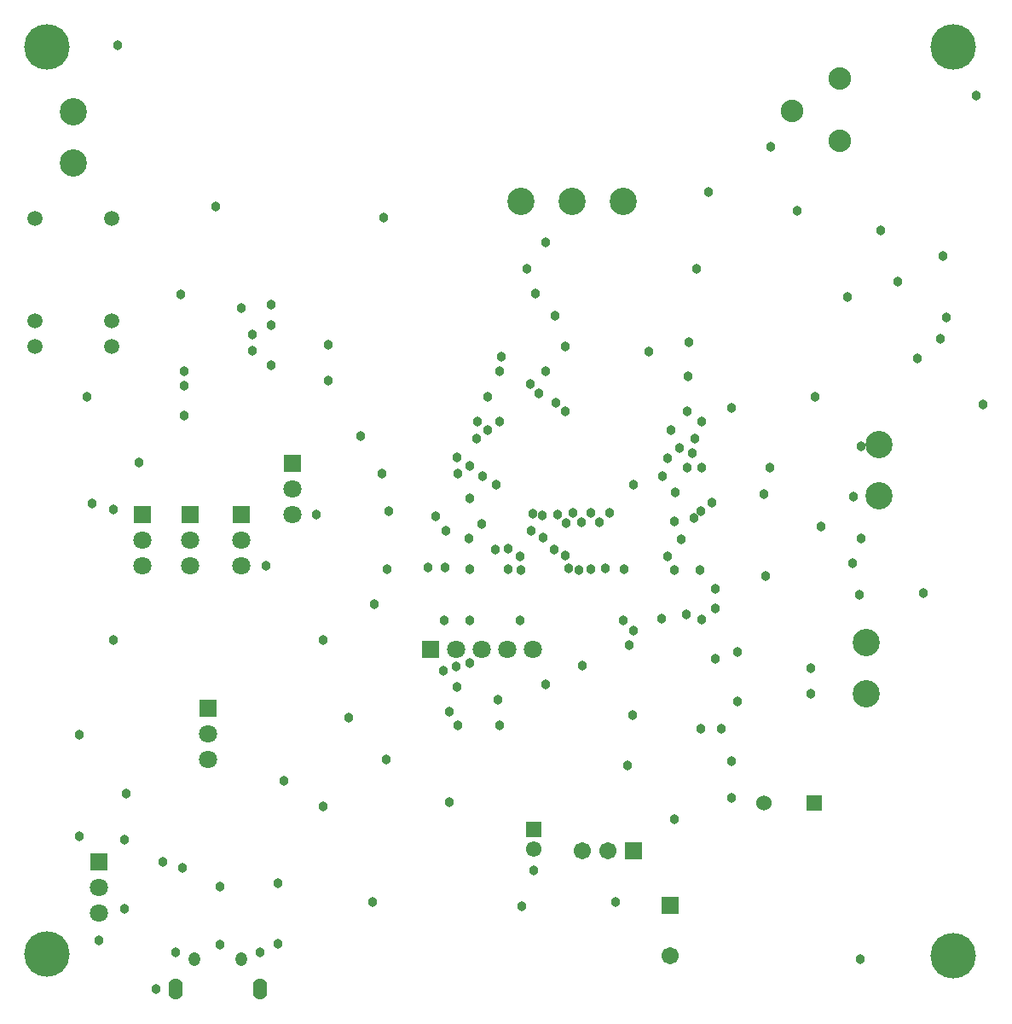
<source format=gbs>
G04*
G04 #@! TF.GenerationSoftware,Altium Limited,Altium Designer,23.9.2 (47)*
G04*
G04 Layer_Color=16711935*
%FSLAX44Y44*%
%MOMM*%
G71*
G04*
G04 #@! TF.SameCoordinates,AC20B462-CAF6-4E74-BB64-28AA76468CC9*
G04*
G04*
G04 #@! TF.FilePolarity,Negative*
G04*
G01*
G75*
%ADD118C,2.7032*%
%ADD119C,1.4986*%
%ADD120C,1.8032*%
%ADD121R,1.8032X1.8032*%
%ADD122C,2.2352*%
%ADD123R,1.8032X1.8032*%
%ADD124C,1.5240*%
%ADD125R,1.5240X1.5240*%
%ADD126C,1.5532*%
%ADD127R,1.5532X1.5532*%
%ADD128C,1.7032*%
%ADD129R,1.7032X1.7032*%
%ADD130R,1.7032X1.7032*%
%ADD131O,1.4032X2.1032*%
%ADD132O,1.1684X1.3716*%
%ADD134C,0.9652*%
%ADD151C,4.5212*%
D118*
X76200Y835500D02*
D03*
Y886300D02*
D03*
X876300Y505300D02*
D03*
Y556100D02*
D03*
X863600Y308450D02*
D03*
Y359250D02*
D03*
X520700Y797400D02*
D03*
X571500D02*
D03*
X622300D02*
D03*
D119*
X114718Y780101D02*
D03*
Y678501D02*
D03*
Y653101D02*
D03*
X38518D02*
D03*
Y678501D02*
D03*
Y780101D02*
D03*
D120*
X293721Y486227D02*
D03*
Y511627D02*
D03*
X242921Y435427D02*
D03*
Y460827D02*
D03*
X192121Y435427D02*
D03*
Y460827D02*
D03*
X144583Y435427D02*
D03*
Y460827D02*
D03*
X481738Y353000D02*
D03*
X456338D02*
D03*
X507137D02*
D03*
X532537D02*
D03*
X209822Y269203D02*
D03*
Y243803D02*
D03*
X101756Y116803D02*
D03*
Y91403D02*
D03*
D121*
X293721Y537027D02*
D03*
X242921Y486227D02*
D03*
X192121D02*
D03*
X144583D02*
D03*
X209822Y294603D02*
D03*
X101756Y142203D02*
D03*
D122*
X837644Y856819D02*
D03*
X837644Y919316D02*
D03*
X790146Y886816D02*
D03*
D123*
X430938Y353000D02*
D03*
D124*
X762000Y200500D02*
D03*
D125*
X812000D02*
D03*
D126*
X533787Y154264D02*
D03*
D127*
Y174264D02*
D03*
D128*
X581602Y152688D02*
D03*
X607002D02*
D03*
X668869Y48600D02*
D03*
D129*
X632402Y152688D02*
D03*
D130*
X668869Y98600D02*
D03*
D131*
X177909Y15626D02*
D03*
X261409D02*
D03*
D132*
X243027Y45626D02*
D03*
X196291D02*
D03*
D134*
X165100Y142203D02*
D03*
X710768Y497869D02*
D03*
X674423Y508148D02*
D03*
X95250Y497500D02*
D03*
X101756Y64078D02*
D03*
X184398Y135713D02*
D03*
X361950Y564590D02*
D03*
X158750Y15626D02*
D03*
X279400Y60787D02*
D03*
X261409Y52224D02*
D03*
X808645Y333671D02*
D03*
X809047Y308539D02*
D03*
X943227Y681596D02*
D03*
X498131Y302446D02*
D03*
X349975Y285214D02*
D03*
X972683Y901700D02*
D03*
X706631Y806450D02*
D03*
X795225Y787400D02*
D03*
X694798Y730250D02*
D03*
X878209Y768350D02*
D03*
X844922Y702679D02*
D03*
X895350Y717550D02*
D03*
X914400Y641350D02*
D03*
X979598Y595289D02*
D03*
X812800Y603250D02*
D03*
X730250Y592445D02*
D03*
X647700Y647700D02*
D03*
X501650Y643241D02*
D03*
X673100Y479193D02*
D03*
X819150Y474215D02*
D03*
X857244Y406400D02*
D03*
X920750Y408102D02*
D03*
X719869Y274110D02*
D03*
X714059Y343000D02*
D03*
X581602Y336784D02*
D03*
X673240Y184039D02*
D03*
X858003Y44933D02*
D03*
X614604Y102350D02*
D03*
X533854Y133350D02*
D03*
X500000Y277401D02*
D03*
X285210Y222250D02*
D03*
X386734Y243803D02*
D03*
X177909Y52224D02*
D03*
X82550Y167087D02*
D03*
Y267886D02*
D03*
X128625Y209550D02*
D03*
X317360Y486227D02*
D03*
X267240Y435427D02*
D03*
X141577Y538237D02*
D03*
X89712Y603250D02*
D03*
X186669Y628536D02*
D03*
X242921Y691036D02*
D03*
X183378Y704850D02*
D03*
X217874Y791926D02*
D03*
X120650Y952323D02*
D03*
X273050Y694327D02*
D03*
X456338Y335629D02*
D03*
X470077Y339197D02*
D03*
X531135Y469900D02*
D03*
X666750Y444780D02*
D03*
X604753Y433264D02*
D03*
X623153Y432272D02*
D03*
X564732Y652823D02*
D03*
Y588400D02*
D03*
X457996Y277205D02*
D03*
X449783Y290691D02*
D03*
X445485Y434296D02*
D03*
X428711D02*
D03*
X329660Y655060D02*
D03*
Y619479D02*
D03*
X768966Y850900D02*
D03*
X767810Y532860D02*
D03*
X763429Y425786D02*
D03*
X273050Y634346D02*
D03*
X622666Y381716D02*
D03*
X735683Y350347D02*
D03*
X436007Y485019D02*
D03*
X632726Y515722D02*
D03*
Y370853D02*
D03*
X937652Y660991D02*
D03*
X626747Y237731D02*
D03*
X221548Y117094D02*
D03*
X221510Y59632D02*
D03*
X279400Y120662D02*
D03*
X127469Y163796D02*
D03*
Y95040D02*
D03*
X373577Y102350D02*
D03*
X521485Y98138D02*
D03*
X324390Y196799D02*
D03*
X324299Y361950D02*
D03*
X116073Y491632D02*
D03*
X115921Y361950D02*
D03*
X186669Y584877D02*
D03*
Y614335D02*
D03*
X449783Y201453D02*
D03*
X457654Y314986D02*
D03*
X631369Y287400D02*
D03*
X729873Y205500D02*
D03*
X730250Y241300D02*
D03*
X939800Y743104D02*
D03*
X850075Y438233D02*
D03*
X850732Y503819D02*
D03*
X858400Y462706D02*
D03*
X858653Y554191D02*
D03*
X762000Y507110D02*
D03*
X736087Y300600D02*
D03*
X699942Y382156D02*
D03*
X699129Y274110D02*
D03*
X714059Y412750D02*
D03*
X628078Y356860D02*
D03*
X520269Y381000D02*
D03*
X444069Y331327D02*
D03*
X469900Y381000D02*
D03*
X444330D02*
D03*
X375369Y397500D02*
D03*
X384059Y781400D02*
D03*
X382965Y527392D02*
D03*
X253773Y665252D02*
D03*
X273050Y674175D02*
D03*
X253773Y649051D02*
D03*
X687368Y657700D02*
D03*
X686910Y623884D02*
D03*
X669809Y570600D02*
D03*
X699942Y578800D02*
D03*
X690676Y547197D02*
D03*
X693643Y561400D02*
D03*
X685827Y588400D02*
D03*
X678552Y552400D02*
D03*
X700370Y532669D02*
D03*
X661131Y524327D02*
D03*
X666131Y542588D02*
D03*
X692870Y482634D02*
D03*
X699165Y489908D02*
D03*
X679600Y461550D02*
D03*
X673100Y431758D02*
D03*
X714059Y392938D02*
D03*
X685369Y387458D02*
D03*
X685750Y532860D02*
D03*
X660400Y382716D02*
D03*
X508204Y431814D02*
D03*
X508396Y452692D02*
D03*
X698500Y431542D02*
D03*
X598850Y478863D02*
D03*
X572359Y487666D02*
D03*
X608669Y488003D02*
D03*
X590550Y432575D02*
D03*
X590428Y488003D02*
D03*
X580819Y478558D02*
D03*
X557530Y486174D02*
D03*
X577960Y431542D02*
D03*
X568474Y433140D02*
D03*
X565888Y477674D02*
D03*
X565150Y445699D02*
D03*
X553517Y451803D02*
D03*
X520269Y445043D02*
D03*
X520700Y431542D02*
D03*
X542910Y463332D02*
D03*
X542138Y485453D02*
D03*
X532703Y487330D02*
D03*
X469469Y462590D02*
D03*
X470077Y432272D02*
D03*
X446338Y469900D02*
D03*
X387890Y432272D02*
D03*
X389627Y489900D02*
D03*
X457654Y543300D02*
D03*
X458338Y527050D02*
D03*
X470077Y534300D02*
D03*
X469900Y502309D02*
D03*
X482313Y524327D02*
D03*
X481738Y477425D02*
D03*
X495889Y516300D02*
D03*
X495300Y451509D02*
D03*
X477072Y561400D02*
D03*
X488124Y570400D02*
D03*
X477878Y578800D02*
D03*
X487878Y603503D02*
D03*
X500000Y578800D02*
D03*
Y628532D02*
D03*
X555287Y597400D02*
D03*
X554428Y683244D02*
D03*
X535200Y705800D02*
D03*
X538678Y606850D02*
D03*
X530019Y615850D02*
D03*
X526297Y730250D02*
D03*
X545669Y756806D02*
D03*
Y628532D02*
D03*
Y317600D02*
D03*
D151*
X950000Y48575D02*
D03*
X50000Y50000D02*
D03*
X950000Y950000D02*
D03*
X50000D02*
D03*
M02*

</source>
